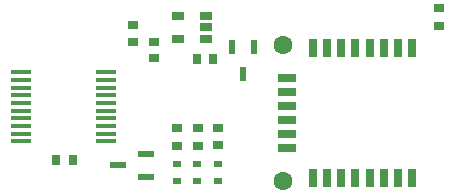
<source format=gtp>
G04 Layer_Color=8421504*
%FSLAX25Y25*%
%MOIN*%
G70*
G01*
G75*
%ADD11R,0.02362X0.04528*%
%ADD12R,0.03150X0.03543*%
%ADD13R,0.04331X0.02559*%
%ADD14R,0.03543X0.03150*%
%ADD15R,0.03150X0.02362*%
%ADD16R,0.03543X0.02756*%
%ADD17R,0.05709X0.02362*%
%ADD18R,0.05906X0.03150*%
%ADD19R,0.03150X0.05906*%
%ADD20C,0.06299*%
%ADD21R,0.06890X0.01772*%
D11*
X844000Y40071D02*
D03*
X840260Y48929D02*
D03*
X847740D02*
D03*
D12*
X828744Y45000D02*
D03*
X834256D02*
D03*
X781844Y11300D02*
D03*
X787356D02*
D03*
D13*
X822276Y51760D02*
D03*
Y59240D02*
D03*
X831724D02*
D03*
Y55500D02*
D03*
Y51760D02*
D03*
D14*
X814500Y50756D02*
D03*
Y45244D02*
D03*
X807500Y56256D02*
D03*
Y50744D02*
D03*
D15*
X828900Y4191D02*
D03*
Y9900D02*
D03*
X835900Y4391D02*
D03*
Y10100D02*
D03*
X822000Y4291D02*
D03*
Y10000D02*
D03*
D16*
X829000Y21998D02*
D03*
Y16093D02*
D03*
X835800Y22098D02*
D03*
Y16193D02*
D03*
X909500Y61953D02*
D03*
Y56047D02*
D03*
X822000Y21998D02*
D03*
Y16093D02*
D03*
D17*
X811626Y5760D02*
D03*
Y13240D02*
D03*
X802374Y9500D02*
D03*
D18*
X858724Y34087D02*
D03*
Y38811D02*
D03*
Y29362D02*
D03*
Y24638D02*
D03*
Y19914D02*
D03*
Y15189D02*
D03*
D19*
X872110Y5347D02*
D03*
X867386D02*
D03*
X876835D02*
D03*
X881559D02*
D03*
X886283D02*
D03*
X891008D02*
D03*
X895732D02*
D03*
X900457D02*
D03*
Y48654D02*
D03*
X895732D02*
D03*
X891008D02*
D03*
X886283D02*
D03*
X881559D02*
D03*
X876835D02*
D03*
X867386D02*
D03*
X872110D02*
D03*
D20*
X857543Y49638D02*
D03*
Y4362D02*
D03*
D21*
X770154Y17500D02*
D03*
Y20059D02*
D03*
Y22618D02*
D03*
Y25177D02*
D03*
Y27736D02*
D03*
Y30295D02*
D03*
Y32854D02*
D03*
Y35413D02*
D03*
Y37973D02*
D03*
Y40532D02*
D03*
X798500D02*
D03*
Y37973D02*
D03*
Y35413D02*
D03*
Y32854D02*
D03*
Y30295D02*
D03*
Y27736D02*
D03*
Y25177D02*
D03*
Y22618D02*
D03*
Y20059D02*
D03*
Y17500D02*
D03*
M02*

</source>
